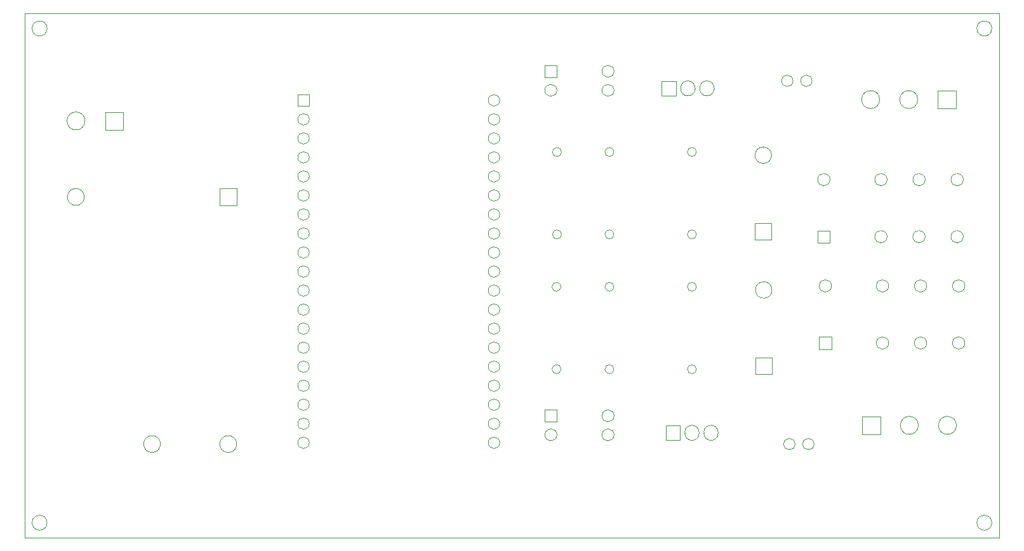
<source format=gbr>
%TF.GenerationSoftware,KiCad,Pcbnew,8.0.6-8.0.6-0~ubuntu22.04.1*%
%TF.CreationDate,2024-11-04T10:12:41+07:00*%
%TF.ProjectId,projectGATE,70726f6a-6563-4744-9741-54452e6b6963,rev?*%
%TF.SameCoordinates,Original*%
%TF.FileFunction,AssemblyDrawing,Bot*%
%FSLAX46Y46*%
G04 Gerber Fmt 4.6, Leading zero omitted, Abs format (unit mm)*
G04 Created by KiCad (PCBNEW 8.0.6-8.0.6-0~ubuntu22.04.1) date 2024-11-04 10:12:41*
%MOMM*%
%LPD*%
G01*
G04 APERTURE LIST*
%ADD10C,0.100000*%
%TA.AperFunction,Profile*%
%ADD11C,0.050000*%
%TD*%
G04 APERTURE END LIST*
D10*
%TO.C,PS1*%
X111035000Y-89375000D02*
X111035000Y-91625000D01*
X113285000Y-91625000D01*
X113285000Y-89375000D01*
X111035000Y-89375000D01*
X113285000Y-123500000D02*
G75*
G02*
X111035000Y-123500000I-1125000J0D01*
G01*
X111035000Y-123500000D02*
G75*
G02*
X113285000Y-123500000I1125000J0D01*
G01*
X92965000Y-90500000D02*
G75*
G02*
X90715000Y-90500000I-1125000J0D01*
G01*
X90715000Y-90500000D02*
G75*
G02*
X92965000Y-90500000I1125000J0D01*
G01*
X103125000Y-123500000D02*
G75*
G02*
X100875000Y-123500000I-1125000J0D01*
G01*
X100875000Y-123500000D02*
G75*
G02*
X103125000Y-123500000I1125000J0D01*
G01*
%TD*%
%TO.C,D3*%
X182480000Y-111980000D02*
X182480000Y-114180000D01*
X184680000Y-114180000D01*
X184680000Y-111980000D01*
X182480000Y-111980000D01*
X183580000Y-104020000D02*
X183580000Y-104020000D01*
X183580000Y-101820000D02*
G75*
G02*
X183580000Y-104020000I0J-1100000D01*
G01*
X183580000Y-101820000D02*
X183580000Y-101820000D01*
X183580000Y-101820000D02*
G75*
G03*
X183580000Y-104020000I0J-1100000D01*
G01*
%TD*%
%TO.C,J3*%
X196720000Y-119800000D02*
X196720000Y-122200000D01*
X199120000Y-122200000D01*
X199120000Y-119800000D01*
X196720000Y-119800000D01*
X204200000Y-121000000D02*
G75*
G02*
X201800000Y-121000000I-1200000J0D01*
G01*
X201800000Y-121000000D02*
G75*
G02*
X204200000Y-121000000I1200000J0D01*
G01*
X209280000Y-121000000D02*
G75*
G02*
X206880000Y-121000000I-1200000J0D01*
G01*
X206880000Y-121000000D02*
G75*
G02*
X209280000Y-121000000I1200000J0D01*
G01*
%TD*%
%TO.C,R7*%
X156600000Y-95500000D02*
G75*
G02*
X155400000Y-95500000I-600000J0D01*
G01*
X155400000Y-95500000D02*
G75*
G02*
X156600000Y-95500000I600000J0D01*
G01*
X156600000Y-84500000D02*
G75*
G02*
X155400000Y-84500000I-600000J0D01*
G01*
X155400000Y-84500000D02*
G75*
G02*
X156600000Y-84500000I600000J0D01*
G01*
%TD*%
%TO.C,Q3*%
X169967500Y-75000000D02*
X169967500Y-77000000D01*
X171872500Y-77000000D01*
X171872500Y-75000000D01*
X169967500Y-75000000D01*
X172507500Y-75952500D02*
X172507500Y-76047500D01*
X174412500Y-76047500D02*
G75*
G02*
X172507500Y-76047500I-952500J0D01*
G01*
X174412500Y-76047500D02*
X174412500Y-75952500D01*
X174412500Y-75952500D02*
G75*
G03*
X172507500Y-75952500I-952500J0D01*
G01*
X175047500Y-75952500D02*
X175047500Y-76047500D01*
X176952500Y-76047500D02*
G75*
G02*
X175047500Y-76047500I-952500J0D01*
G01*
X176952500Y-76047500D02*
X176952500Y-75952500D01*
X176952500Y-75952500D02*
G75*
G03*
X175047500Y-75952500I-952500J0D01*
G01*
%TD*%
%TO.C,U2*%
X154400000Y-118925000D02*
X154400000Y-120525000D01*
X156000000Y-120525000D01*
X156000000Y-118925000D01*
X154400000Y-118925000D01*
X154400000Y-122265000D02*
X154400000Y-122265000D01*
X156000000Y-122265000D02*
G75*
G02*
X154400000Y-122265000I-800000J0D01*
G01*
X156000000Y-122265000D02*
X156000000Y-122265000D01*
X156000000Y-122265000D02*
G75*
G03*
X154400000Y-122265000I-800000J0D01*
G01*
X162020000Y-122265000D02*
X162020000Y-122265000D01*
X163620000Y-122265000D02*
G75*
G02*
X162020000Y-122265000I-800000J0D01*
G01*
X163620000Y-122265000D02*
X163620000Y-122265000D01*
X163620000Y-122265000D02*
G75*
G03*
X162020000Y-122265000I-800000J0D01*
G01*
X162020000Y-119725000D02*
X162020000Y-119725000D01*
X163620000Y-119725000D02*
G75*
G02*
X162020000Y-119725000I-800000J0D01*
G01*
X163620000Y-119725000D02*
X163620000Y-119725000D01*
X163620000Y-119725000D02*
G75*
G03*
X162020000Y-119725000I-800000J0D01*
G01*
%TD*%
%TO.C,R12*%
X174600000Y-84500000D02*
G75*
G02*
X173400000Y-84500000I-600000J0D01*
G01*
X173400000Y-84500000D02*
G75*
G02*
X174600000Y-84500000I600000J0D01*
G01*
X174600000Y-95500000D02*
G75*
G02*
X173400000Y-95500000I-600000J0D01*
G01*
X173400000Y-95500000D02*
G75*
G02*
X174600000Y-95500000I600000J0D01*
G01*
%TD*%
%TO.C,D1*%
X190294000Y-123500000D02*
G75*
G02*
X188786000Y-123500000I-754000J0D01*
G01*
X188786000Y-123500000D02*
G75*
G02*
X190294000Y-123500000I754000J0D01*
G01*
X187754000Y-123500000D02*
G75*
G02*
X186246000Y-123500000I-754000J0D01*
G01*
X186246000Y-123500000D02*
G75*
G02*
X187754000Y-123500000I754000J0D01*
G01*
%TD*%
%TO.C,U3*%
X154400000Y-72925000D02*
X154400000Y-74525000D01*
X156000000Y-74525000D01*
X156000000Y-72925000D01*
X154400000Y-72925000D01*
X154400000Y-76265000D02*
X154400000Y-76265000D01*
X156000000Y-76265000D02*
G75*
G02*
X154400000Y-76265000I-800000J0D01*
G01*
X156000000Y-76265000D02*
X156000000Y-76265000D01*
X156000000Y-76265000D02*
G75*
G03*
X154400000Y-76265000I-800000J0D01*
G01*
X162020000Y-76265000D02*
X162020000Y-76265000D01*
X163620000Y-76265000D02*
G75*
G02*
X162020000Y-76265000I-800000J0D01*
G01*
X163620000Y-76265000D02*
X163620000Y-76265000D01*
X163620000Y-76265000D02*
G75*
G03*
X162020000Y-76265000I-800000J0D01*
G01*
X162020000Y-73725000D02*
X162020000Y-73725000D01*
X163620000Y-73725000D02*
G75*
G02*
X162020000Y-73725000I-800000J0D01*
G01*
X163620000Y-73725000D02*
X163620000Y-73725000D01*
X163620000Y-73725000D02*
G75*
G03*
X162020000Y-73725000I-800000J0D01*
G01*
%TD*%
%TO.C,J2*%
X206800000Y-76300000D02*
X206800000Y-78700000D01*
X209200000Y-78700000D01*
X209200000Y-76300000D01*
X206800000Y-76300000D01*
X204120000Y-77500000D02*
G75*
G02*
X201720000Y-77500000I-1200000J0D01*
G01*
X201720000Y-77500000D02*
G75*
G02*
X204120000Y-77500000I1200000J0D01*
G01*
X199040000Y-77500000D02*
G75*
G02*
X196640000Y-77500000I-1200000J0D01*
G01*
X196640000Y-77500000D02*
G75*
G02*
X199040000Y-77500000I1200000J0D01*
G01*
%TD*%
%TO.C,R10*%
X174600000Y-102500000D02*
G75*
G02*
X173400000Y-102500000I-600000J0D01*
G01*
X173400000Y-102500000D02*
G75*
G02*
X174600000Y-102500000I600000J0D01*
G01*
X174600000Y-113500000D02*
G75*
G02*
X173400000Y-113500000I-600000J0D01*
G01*
X173400000Y-113500000D02*
G75*
G02*
X174600000Y-113500000I600000J0D01*
G01*
%TD*%
%TO.C,R11*%
X163600000Y-84500000D02*
G75*
G02*
X162400000Y-84500000I-600000J0D01*
G01*
X162400000Y-84500000D02*
G75*
G02*
X163600000Y-84500000I600000J0D01*
G01*
X163600000Y-95500000D02*
G75*
G02*
X162400000Y-95500000I-600000J0D01*
G01*
X162400000Y-95500000D02*
G75*
G02*
X163600000Y-95500000I600000J0D01*
G01*
%TD*%
%TO.C,K2*%
X190765000Y-94985000D02*
X190765000Y-96635000D01*
X192415000Y-96635000D01*
X192415000Y-94985000D01*
X190765000Y-94985000D01*
X200035000Y-95810000D02*
G75*
G02*
X198385000Y-95810000I-825000J0D01*
G01*
X198385000Y-95810000D02*
G75*
G02*
X200035000Y-95810000I825000J0D01*
G01*
X205115000Y-95810000D02*
G75*
G02*
X203465000Y-95810000I-825000J0D01*
G01*
X203465000Y-95810000D02*
G75*
G02*
X205115000Y-95810000I825000J0D01*
G01*
X210195000Y-95810000D02*
G75*
G02*
X208545000Y-95810000I-825000J0D01*
G01*
X208545000Y-95810000D02*
G75*
G02*
X210195000Y-95810000I825000J0D01*
G01*
X210195000Y-88190000D02*
G75*
G02*
X208545000Y-88190000I-825000J0D01*
G01*
X208545000Y-88190000D02*
G75*
G02*
X210195000Y-88190000I825000J0D01*
G01*
X205115000Y-88190000D02*
G75*
G02*
X203465000Y-88190000I-825000J0D01*
G01*
X203465000Y-88190000D02*
G75*
G02*
X205115000Y-88190000I825000J0D01*
G01*
X200035000Y-88190000D02*
G75*
G02*
X198385000Y-88190000I-825000J0D01*
G01*
X198385000Y-88190000D02*
G75*
G02*
X200035000Y-88190000I825000J0D01*
G01*
X192415000Y-88190000D02*
G75*
G02*
X190765000Y-88190000I-825000J0D01*
G01*
X190765000Y-88190000D02*
G75*
G02*
X192415000Y-88190000I825000J0D01*
G01*
%TD*%
%TO.C,D4*%
X182420000Y-93980000D02*
X182420000Y-96180000D01*
X184620000Y-96180000D01*
X184620000Y-93980000D01*
X182420000Y-93980000D01*
X183520000Y-86020000D02*
X183520000Y-86020000D01*
X183520000Y-83820000D02*
G75*
G02*
X183520000Y-86020000I0J-1100000D01*
G01*
X183520000Y-83820000D02*
X183520000Y-83820000D01*
X183520000Y-83820000D02*
G75*
G03*
X183520000Y-86020000I0J-1100000D01*
G01*
%TD*%
%TO.C,Q4*%
X170507500Y-121000000D02*
X170507500Y-123000000D01*
X172412500Y-123000000D01*
X172412500Y-121000000D01*
X170507500Y-121000000D01*
X173047500Y-121952500D02*
X173047500Y-122047500D01*
X174952500Y-122047500D02*
G75*
G02*
X173047500Y-122047500I-952500J0D01*
G01*
X174952500Y-122047500D02*
X174952500Y-121952500D01*
X174952500Y-121952500D02*
G75*
G03*
X173047500Y-121952500I-952500J0D01*
G01*
X175587500Y-121952500D02*
X175587500Y-122047500D01*
X177492500Y-122047500D02*
G75*
G02*
X175587500Y-122047500I-952500J0D01*
G01*
X177492500Y-122047500D02*
X177492500Y-121952500D01*
X177492500Y-121952500D02*
G75*
G03*
X175587500Y-121952500I-952500J0D01*
G01*
%TD*%
%TO.C,R9*%
X163600000Y-113500000D02*
G75*
G02*
X162400000Y-113500000I-600000J0D01*
G01*
X162400000Y-113500000D02*
G75*
G02*
X163600000Y-113500000I600000J0D01*
G01*
X163600000Y-102500000D02*
G75*
G02*
X162400000Y-102500000I-600000J0D01*
G01*
X162400000Y-102500000D02*
G75*
G02*
X163600000Y-102500000I600000J0D01*
G01*
%TD*%
%TO.C,R8*%
X156540000Y-102500000D02*
G75*
G02*
X155340000Y-102500000I-600000J0D01*
G01*
X155340000Y-102500000D02*
G75*
G02*
X156540000Y-102500000I600000J0D01*
G01*
X156540000Y-113500000D02*
G75*
G02*
X155340000Y-113500000I-600000J0D01*
G01*
X155340000Y-113500000D02*
G75*
G02*
X156540000Y-113500000I600000J0D01*
G01*
%TD*%
%TO.C,K1*%
X190975000Y-109175000D02*
X190975000Y-110825000D01*
X192625000Y-110825000D01*
X192625000Y-109175000D01*
X190975000Y-109175000D01*
X200245000Y-110000000D02*
G75*
G02*
X198595000Y-110000000I-825000J0D01*
G01*
X198595000Y-110000000D02*
G75*
G02*
X200245000Y-110000000I825000J0D01*
G01*
X205325000Y-110000000D02*
G75*
G02*
X203675000Y-110000000I-825000J0D01*
G01*
X203675000Y-110000000D02*
G75*
G02*
X205325000Y-110000000I825000J0D01*
G01*
X210405000Y-110000000D02*
G75*
G02*
X208755000Y-110000000I-825000J0D01*
G01*
X208755000Y-110000000D02*
G75*
G02*
X210405000Y-110000000I825000J0D01*
G01*
X210405000Y-102380000D02*
G75*
G02*
X208755000Y-102380000I-825000J0D01*
G01*
X208755000Y-102380000D02*
G75*
G02*
X210405000Y-102380000I825000J0D01*
G01*
X205325000Y-102380000D02*
G75*
G02*
X203675000Y-102380000I-825000J0D01*
G01*
X203675000Y-102380000D02*
G75*
G02*
X205325000Y-102380000I825000J0D01*
G01*
X200245000Y-102380000D02*
G75*
G02*
X198595000Y-102380000I-825000J0D01*
G01*
X198595000Y-102380000D02*
G75*
G02*
X200245000Y-102380000I825000J0D01*
G01*
X192625000Y-102380000D02*
G75*
G02*
X190975000Y-102380000I-825000J0D01*
G01*
X190975000Y-102380000D02*
G75*
G02*
X192625000Y-102380000I825000J0D01*
G01*
%TD*%
%TO.C,U1*%
X121445000Y-76835000D02*
X121445000Y-78365000D01*
X122975000Y-78365000D01*
X122975000Y-76835000D01*
X121445000Y-76835000D01*
X122975000Y-80140000D02*
G75*
G02*
X121445000Y-80140000I-765000J0D01*
G01*
X121445000Y-80140000D02*
G75*
G02*
X122975000Y-80140000I765000J0D01*
G01*
X122975000Y-82680000D02*
G75*
G02*
X121445000Y-82680000I-765000J0D01*
G01*
X121445000Y-82680000D02*
G75*
G02*
X122975000Y-82680000I765000J0D01*
G01*
X122975000Y-85220000D02*
G75*
G02*
X121445000Y-85220000I-765000J0D01*
G01*
X121445000Y-85220000D02*
G75*
G02*
X122975000Y-85220000I765000J0D01*
G01*
X122975000Y-87760000D02*
G75*
G02*
X121445000Y-87760000I-765000J0D01*
G01*
X121445000Y-87760000D02*
G75*
G02*
X122975000Y-87760000I765000J0D01*
G01*
X122975000Y-90300000D02*
G75*
G02*
X121445000Y-90300000I-765000J0D01*
G01*
X121445000Y-90300000D02*
G75*
G02*
X122975000Y-90300000I765000J0D01*
G01*
X122975000Y-92840000D02*
G75*
G02*
X121445000Y-92840000I-765000J0D01*
G01*
X121445000Y-92840000D02*
G75*
G02*
X122975000Y-92840000I765000J0D01*
G01*
X122975000Y-95380000D02*
G75*
G02*
X121445000Y-95380000I-765000J0D01*
G01*
X121445000Y-95380000D02*
G75*
G02*
X122975000Y-95380000I765000J0D01*
G01*
X122975000Y-97920000D02*
G75*
G02*
X121445000Y-97920000I-765000J0D01*
G01*
X121445000Y-97920000D02*
G75*
G02*
X122975000Y-97920000I765000J0D01*
G01*
X122975000Y-100460000D02*
G75*
G02*
X121445000Y-100460000I-765000J0D01*
G01*
X121445000Y-100460000D02*
G75*
G02*
X122975000Y-100460000I765000J0D01*
G01*
X122975000Y-103000000D02*
G75*
G02*
X121445000Y-103000000I-765000J0D01*
G01*
X121445000Y-103000000D02*
G75*
G02*
X122975000Y-103000000I765000J0D01*
G01*
X122975000Y-105540000D02*
G75*
G02*
X121445000Y-105540000I-765000J0D01*
G01*
X121445000Y-105540000D02*
G75*
G02*
X122975000Y-105540000I765000J0D01*
G01*
X122975000Y-108080000D02*
G75*
G02*
X121445000Y-108080000I-765000J0D01*
G01*
X121445000Y-108080000D02*
G75*
G02*
X122975000Y-108080000I765000J0D01*
G01*
X122975000Y-110620000D02*
G75*
G02*
X121445000Y-110620000I-765000J0D01*
G01*
X121445000Y-110620000D02*
G75*
G02*
X122975000Y-110620000I765000J0D01*
G01*
X122975000Y-113160000D02*
G75*
G02*
X121445000Y-113160000I-765000J0D01*
G01*
X121445000Y-113160000D02*
G75*
G02*
X122975000Y-113160000I765000J0D01*
G01*
X122975000Y-115700000D02*
G75*
G02*
X121445000Y-115700000I-765000J0D01*
G01*
X121445000Y-115700000D02*
G75*
G02*
X122975000Y-115700000I765000J0D01*
G01*
X122975000Y-118240000D02*
G75*
G02*
X121445000Y-118240000I-765000J0D01*
G01*
X121445000Y-118240000D02*
G75*
G02*
X122975000Y-118240000I765000J0D01*
G01*
X122975000Y-120780000D02*
G75*
G02*
X121445000Y-120780000I-765000J0D01*
G01*
X121445000Y-120780000D02*
G75*
G02*
X122975000Y-120780000I765000J0D01*
G01*
X122975000Y-123320000D02*
G75*
G02*
X121445000Y-123320000I-765000J0D01*
G01*
X121445000Y-123320000D02*
G75*
G02*
X122975000Y-123320000I765000J0D01*
G01*
X148375000Y-123320000D02*
G75*
G02*
X146845000Y-123320000I-765000J0D01*
G01*
X146845000Y-123320000D02*
G75*
G02*
X148375000Y-123320000I765000J0D01*
G01*
X148375000Y-120780000D02*
G75*
G02*
X146845000Y-120780000I-765000J0D01*
G01*
X146845000Y-120780000D02*
G75*
G02*
X148375000Y-120780000I765000J0D01*
G01*
X148375000Y-118240000D02*
G75*
G02*
X146845000Y-118240000I-765000J0D01*
G01*
X146845000Y-118240000D02*
G75*
G02*
X148375000Y-118240000I765000J0D01*
G01*
X148375000Y-115700000D02*
G75*
G02*
X146845000Y-115700000I-765000J0D01*
G01*
X146845000Y-115700000D02*
G75*
G02*
X148375000Y-115700000I765000J0D01*
G01*
X148375000Y-113160000D02*
G75*
G02*
X146845000Y-113160000I-765000J0D01*
G01*
X146845000Y-113160000D02*
G75*
G02*
X148375000Y-113160000I765000J0D01*
G01*
X148375000Y-110620000D02*
G75*
G02*
X146845000Y-110620000I-765000J0D01*
G01*
X146845000Y-110620000D02*
G75*
G02*
X148375000Y-110620000I765000J0D01*
G01*
X148375000Y-108080000D02*
G75*
G02*
X146845000Y-108080000I-765000J0D01*
G01*
X146845000Y-108080000D02*
G75*
G02*
X148375000Y-108080000I765000J0D01*
G01*
X148375000Y-105540000D02*
G75*
G02*
X146845000Y-105540000I-765000J0D01*
G01*
X146845000Y-105540000D02*
G75*
G02*
X148375000Y-105540000I765000J0D01*
G01*
X148375000Y-103000000D02*
G75*
G02*
X146845000Y-103000000I-765000J0D01*
G01*
X146845000Y-103000000D02*
G75*
G02*
X148375000Y-103000000I765000J0D01*
G01*
X148375000Y-100460000D02*
G75*
G02*
X146845000Y-100460000I-765000J0D01*
G01*
X146845000Y-100460000D02*
G75*
G02*
X148375000Y-100460000I765000J0D01*
G01*
X148375000Y-97920000D02*
G75*
G02*
X146845000Y-97920000I-765000J0D01*
G01*
X146845000Y-97920000D02*
G75*
G02*
X148375000Y-97920000I765000J0D01*
G01*
X148375000Y-95380000D02*
G75*
G02*
X146845000Y-95380000I-765000J0D01*
G01*
X146845000Y-95380000D02*
G75*
G02*
X148375000Y-95380000I765000J0D01*
G01*
X148375000Y-92840000D02*
G75*
G02*
X146845000Y-92840000I-765000J0D01*
G01*
X146845000Y-92840000D02*
G75*
G02*
X148375000Y-92840000I765000J0D01*
G01*
X148375000Y-90300000D02*
G75*
G02*
X146845000Y-90300000I-765000J0D01*
G01*
X146845000Y-90300000D02*
G75*
G02*
X148375000Y-90300000I765000J0D01*
G01*
X148375000Y-87760000D02*
G75*
G02*
X146845000Y-87760000I-765000J0D01*
G01*
X146845000Y-87760000D02*
G75*
G02*
X148375000Y-87760000I765000J0D01*
G01*
X148375000Y-85220000D02*
G75*
G02*
X146845000Y-85220000I-765000J0D01*
G01*
X146845000Y-85220000D02*
G75*
G02*
X148375000Y-85220000I765000J0D01*
G01*
X148375000Y-82680000D02*
G75*
G02*
X146845000Y-82680000I-765000J0D01*
G01*
X146845000Y-82680000D02*
G75*
G02*
X148375000Y-82680000I765000J0D01*
G01*
X148375000Y-80140000D02*
G75*
G02*
X146845000Y-80140000I-765000J0D01*
G01*
X146845000Y-80140000D02*
G75*
G02*
X148375000Y-80140000I765000J0D01*
G01*
X148375000Y-77600000D02*
G75*
G02*
X146845000Y-77600000I-765000J0D01*
G01*
X146845000Y-77600000D02*
G75*
G02*
X148375000Y-77600000I765000J0D01*
G01*
%TD*%
%TO.C,J1*%
X95740000Y-79150000D02*
X95740000Y-81550000D01*
X98140000Y-81550000D01*
X98140000Y-79150000D01*
X95740000Y-79150000D01*
X93060000Y-80350000D02*
G75*
G02*
X90660000Y-80350000I-1200000J0D01*
G01*
X90660000Y-80350000D02*
G75*
G02*
X93060000Y-80350000I1200000J0D01*
G01*
%TD*%
%TO.C,D2*%
X190024000Y-75000000D02*
G75*
G02*
X188516000Y-75000000I-754000J0D01*
G01*
X188516000Y-75000000D02*
G75*
G02*
X190024000Y-75000000I754000J0D01*
G01*
X187484000Y-75000000D02*
G75*
G02*
X185976000Y-75000000I-754000J0D01*
G01*
X185976000Y-75000000D02*
G75*
G02*
X187484000Y-75000000I754000J0D01*
G01*
%TD*%
D11*
X88000000Y-134000000D02*
G75*
G02*
X86000000Y-134000000I-1000000J0D01*
G01*
X86000000Y-134000000D02*
G75*
G02*
X88000000Y-134000000I1000000J0D01*
G01*
X88000000Y-68000000D02*
G75*
G02*
X86000000Y-68000000I-1000000J0D01*
G01*
X86000000Y-68000000D02*
G75*
G02*
X88000000Y-68000000I1000000J0D01*
G01*
X214000000Y-68000000D02*
G75*
G02*
X212000000Y-68000000I-1000000J0D01*
G01*
X212000000Y-68000000D02*
G75*
G02*
X214000000Y-68000000I1000000J0D01*
G01*
X214000000Y-134000000D02*
G75*
G02*
X212000000Y-134000000I-1000000J0D01*
G01*
X212000000Y-134000000D02*
G75*
G02*
X214000000Y-134000000I1000000J0D01*
G01*
X85000000Y-66000000D02*
X215000000Y-66000000D01*
X215000000Y-136000000D01*
X85000000Y-136000000D01*
X85000000Y-66000000D01*
M02*

</source>
